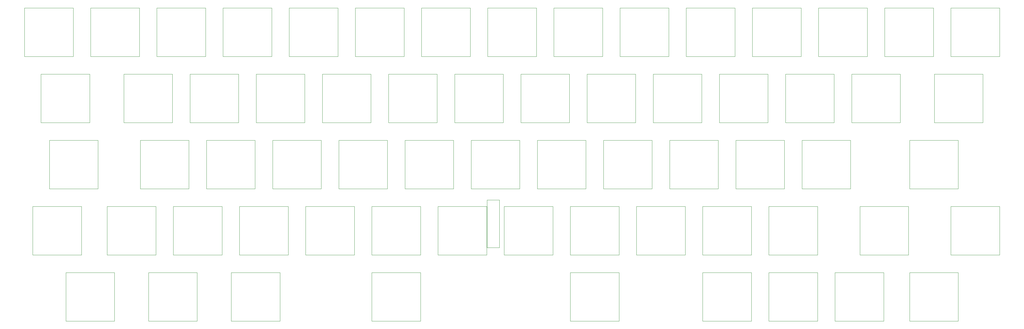
<source format=gbr>
%TF.GenerationSoftware,KiCad,Pcbnew,9.0.1*%
%TF.CreationDate,2025-05-16T22:45:18+09:00*%
%TF.ProjectId,H360,48333630-2e6b-4696-9361-645f70636258,rev?*%
%TF.SameCoordinates,Original*%
%TF.FileFunction,Other,User*%
%FSLAX46Y46*%
G04 Gerber Fmt 4.6, Leading zero omitted, Abs format (unit mm)*
G04 Created by KiCad (PCBNEW 9.0.1) date 2025-05-16 22:45:18*
%MOMM*%
%LPD*%
G01*
G04 APERTURE LIST*
%ADD10C,0.050000*%
G04 APERTURE END LIST*
D10*
%TO.C,REF\u002A\u002A*%
X204730000Y-160230000D02*
X204730000Y-173930000D01*
X204730000Y-173930000D02*
X208270000Y-173930000D01*
X208270000Y-160230000D02*
X204730000Y-160230000D01*
X208270000Y-173930000D02*
X208270000Y-160230000D01*
%TO.C,MX21*%
X190356250Y-123968750D02*
X176356250Y-123968750D01*
X176356250Y-137968750D01*
X190356250Y-137968750D01*
X190356250Y-123968750D01*
%TO.C,MX61*%
X242743750Y-181118750D02*
X228743750Y-181118750D01*
X228743750Y-195118750D01*
X242743750Y-195118750D01*
X242743750Y-181118750D01*
%TO.C,MX9*%
X237981250Y-104918750D02*
X223981250Y-104918750D01*
X223981250Y-118918750D01*
X237981250Y-118918750D01*
X237981250Y-104918750D01*
%TO.C,MX5*%
X161781250Y-104918750D02*
X147781250Y-104918750D01*
X147781250Y-118918750D01*
X161781250Y-118918750D01*
X161781250Y-104918750D01*
%TO.C,MX26*%
X285606250Y-123968750D02*
X271606250Y-123968750D01*
X271606250Y-137968750D01*
X285606250Y-137968750D01*
X285606250Y-123968750D01*
%TO.C,MX1*%
X71581250Y-104918750D02*
X85581250Y-104918750D01*
X85581250Y-118918750D01*
X71581250Y-118918750D01*
X71581250Y-104918750D01*
%TO.C,MX10*%
X257031250Y-104918750D02*
X243031250Y-104918750D01*
X243031250Y-118918750D01*
X257031250Y-118918750D01*
X257031250Y-104918750D01*
%TO.C,MX19*%
X152256250Y-123968750D02*
X138256250Y-123968750D01*
X138256250Y-137968750D01*
X152256250Y-137968750D01*
X152256250Y-123968750D01*
%TO.C,MX45*%
X128443750Y-162068750D02*
X114443750Y-162068750D01*
X114443750Y-176068750D01*
X128443750Y-176068750D01*
X128443750Y-162068750D01*
%TO.C,MX63*%
X299893750Y-181118750D02*
X285893750Y-181118750D01*
X285893750Y-195118750D01*
X299893750Y-195118750D01*
X299893750Y-181118750D01*
%TO.C,MX35*%
X195118750Y-143018750D02*
X181118750Y-143018750D01*
X181118750Y-157018750D01*
X195118750Y-157018750D01*
X195118750Y-143018750D01*
%TO.C,MX16*%
X90343750Y-123968750D02*
X76343750Y-123968750D01*
X76343750Y-137968750D01*
X90343750Y-137968750D01*
X90343750Y-123968750D01*
%TO.C,MX53*%
X280843750Y-162068750D02*
X266843750Y-162068750D01*
X266843750Y-176068750D01*
X280843750Y-176068750D01*
X280843750Y-162068750D01*
%TO.C,MX30*%
X92725000Y-143018750D02*
X78725000Y-143018750D01*
X78725000Y-157018750D01*
X92725000Y-157018750D01*
X92725000Y-143018750D01*
%TO.C,MX23*%
X228456250Y-123968750D02*
X214456250Y-123968750D01*
X214456250Y-137968750D01*
X228456250Y-137968750D01*
X228456250Y-123968750D01*
%TO.C,MX11*%
X276081250Y-104918750D02*
X262081250Y-104918750D01*
X262081250Y-118918750D01*
X276081250Y-118918750D01*
X276081250Y-104918750D01*
%TO.C,MX46*%
X147493750Y-162068750D02*
X133493750Y-162068750D01*
X133493750Y-176068750D01*
X147493750Y-176068750D01*
X147493750Y-162068750D01*
%TO.C,MX18*%
X133206250Y-123968750D02*
X119206250Y-123968750D01*
X119206250Y-137968750D01*
X133206250Y-137968750D01*
X133206250Y-123968750D01*
%TO.C,MX49*%
X204643750Y-162068750D02*
X190643750Y-162068750D01*
X190643750Y-176068750D01*
X204643750Y-176068750D01*
X204643750Y-162068750D01*
%TO.C,MX22*%
X209406250Y-123968750D02*
X195406250Y-123968750D01*
X195406250Y-137968750D01*
X209406250Y-137968750D01*
X209406250Y-123968750D01*
%TO.C,MX29*%
X347518750Y-123968750D02*
X333518750Y-123968750D01*
X333518750Y-137968750D01*
X347518750Y-137968750D01*
X347518750Y-123968750D01*
%TO.C,MX39*%
X271318750Y-143018750D02*
X257318750Y-143018750D01*
X257318750Y-157018750D01*
X271318750Y-157018750D01*
X271318750Y-143018750D01*
%TO.C,MX4*%
X142731250Y-104918750D02*
X128731250Y-104918750D01*
X128731250Y-118918750D01*
X142731250Y-118918750D01*
X142731250Y-104918750D01*
%TO.C,MX55*%
X326087500Y-162068750D02*
X312087500Y-162068750D01*
X312087500Y-176068750D01*
X326087500Y-176068750D01*
X326087500Y-162068750D01*
%TO.C,MX56*%
X352281250Y-162068750D02*
X338281250Y-162068750D01*
X338281250Y-176068750D01*
X352281250Y-176068750D01*
X352281250Y-162068750D01*
%TO.C,MX33*%
X157018750Y-143018750D02*
X143018750Y-143018750D01*
X143018750Y-157018750D01*
X157018750Y-157018750D01*
X157018750Y-143018750D01*
%TO.C,MX43*%
X87962500Y-162068750D02*
X73962500Y-162068750D01*
X73962500Y-176068750D01*
X87962500Y-176068750D01*
X87962500Y-162068750D01*
%TO.C,MX41*%
X309418750Y-143018750D02*
X295418750Y-143018750D01*
X295418750Y-157018750D01*
X309418750Y-157018750D01*
X309418750Y-143018750D01*
%TO.C,MX27*%
X304656250Y-123968750D02*
X290656250Y-123968750D01*
X290656250Y-137968750D01*
X304656250Y-137968750D01*
X304656250Y-123968750D01*
%TO.C,MX64*%
X318943750Y-181118750D02*
X304943750Y-181118750D01*
X304943750Y-195118750D01*
X318943750Y-195118750D01*
X318943750Y-181118750D01*
%TO.C,MX28*%
X323706250Y-123968750D02*
X309706250Y-123968750D01*
X309706250Y-137968750D01*
X323706250Y-137968750D01*
X323706250Y-123968750D01*
%TO.C,MX50*%
X223693750Y-162068750D02*
X209693750Y-162068750D01*
X209693750Y-176068750D01*
X223693750Y-176068750D01*
X223693750Y-162068750D01*
%TO.C,MX48*%
X185593750Y-162068750D02*
X171593750Y-162068750D01*
X171593750Y-176068750D01*
X185593750Y-176068750D01*
X185593750Y-162068750D01*
%TO.C,MX44*%
X109393750Y-162068750D02*
X95393750Y-162068750D01*
X95393750Y-176068750D01*
X109393750Y-176068750D01*
X109393750Y-162068750D01*
%TO.C,MX34*%
X176068750Y-143018750D02*
X162068750Y-143018750D01*
X162068750Y-157018750D01*
X176068750Y-157018750D01*
X176068750Y-143018750D01*
%TO.C,MX2*%
X104631250Y-118918750D02*
X90631250Y-118918750D01*
X90631250Y-104918750D01*
X104631250Y-104918750D01*
X104631250Y-118918750D01*
%TO.C,MX38*%
X252268750Y-143018750D02*
X238268750Y-143018750D01*
X238268750Y-157018750D01*
X252268750Y-157018750D01*
X252268750Y-143018750D01*
%TO.C,MX24*%
X247506250Y-123968750D02*
X233506250Y-123968750D01*
X233506250Y-137968750D01*
X247506250Y-137968750D01*
X247506250Y-123968750D01*
%TO.C,MX13*%
X314181250Y-104918750D02*
X300181250Y-104918750D01*
X300181250Y-118918750D01*
X314181250Y-118918750D01*
X314181250Y-104918750D01*
%TO.C,MX3*%
X123681250Y-104918750D02*
X109681250Y-104918750D01*
X109681250Y-118918750D01*
X123681250Y-118918750D01*
X123681250Y-104918750D01*
%TO.C,MX36*%
X214168750Y-143018750D02*
X200168750Y-143018750D01*
X200168750Y-157018750D01*
X214168750Y-157018750D01*
X214168750Y-143018750D01*
%TO.C,MX31*%
X118918750Y-143018750D02*
X104918750Y-143018750D01*
X104918750Y-157018750D01*
X118918750Y-157018750D01*
X118918750Y-143018750D01*
%TO.C,MX58*%
X121300000Y-181118750D02*
X107300000Y-181118750D01*
X107300000Y-195118750D01*
X121300000Y-195118750D01*
X121300000Y-181118750D01*
%TO.C,MX20*%
X171306250Y-123968750D02*
X157306250Y-123968750D01*
X157306250Y-137968750D01*
X171306250Y-137968750D01*
X171306250Y-123968750D01*
%TO.C,MX14*%
X333231250Y-104918750D02*
X319231250Y-104918750D01*
X319231250Y-118918750D01*
X333231250Y-118918750D01*
X333231250Y-104918750D01*
%TO.C,MX62*%
X280843750Y-181118750D02*
X266843750Y-181118750D01*
X266843750Y-195118750D01*
X280843750Y-195118750D01*
X280843750Y-181118750D01*
%TO.C,MX17*%
X114156250Y-123968750D02*
X100156250Y-123968750D01*
X100156250Y-137968750D01*
X114156250Y-137968750D01*
X114156250Y-123968750D01*
%TO.C,MX60*%
X185593750Y-181118750D02*
X171593750Y-181118750D01*
X171593750Y-195118750D01*
X185593750Y-195118750D01*
X185593750Y-181118750D01*
%TO.C,MX51*%
X242743750Y-162068750D02*
X228743750Y-162068750D01*
X228743750Y-176068750D01*
X242743750Y-176068750D01*
X242743750Y-162068750D01*
%TO.C,MX8*%
X218931250Y-104918750D02*
X204931250Y-104918750D01*
X204931250Y-118918750D01*
X218931250Y-118918750D01*
X218931250Y-104918750D01*
%TO.C,MX42*%
X340375000Y-143018750D02*
X326375000Y-143018750D01*
X326375000Y-157018750D01*
X340375000Y-157018750D01*
X340375000Y-143018750D01*
%TO.C,MX32*%
X137968750Y-143018750D02*
X123968750Y-143018750D01*
X123968750Y-157018750D01*
X137968750Y-157018750D01*
X137968750Y-143018750D01*
%TO.C,MX25*%
X266556250Y-123968750D02*
X252556250Y-123968750D01*
X252556250Y-137968750D01*
X266556250Y-137968750D01*
X266556250Y-123968750D01*
%TO.C,MX15*%
X352281250Y-104918750D02*
X338281250Y-104918750D01*
X338281250Y-118918750D01*
X352281250Y-118918750D01*
X352281250Y-104918750D01*
%TO.C,MX52*%
X261793750Y-162068750D02*
X247793750Y-162068750D01*
X247793750Y-176068750D01*
X261793750Y-176068750D01*
X261793750Y-162068750D01*
%TO.C,MX37*%
X233218750Y-143018750D02*
X219218750Y-143018750D01*
X219218750Y-157018750D01*
X233218750Y-157018750D01*
X233218750Y-143018750D01*
%TO.C,MX47*%
X166543750Y-162068750D02*
X152543750Y-162068750D01*
X152543750Y-176068750D01*
X166543750Y-176068750D01*
X166543750Y-162068750D01*
%TO.C,MX6*%
X180831250Y-104918750D02*
X166831250Y-104918750D01*
X166831250Y-118918750D01*
X180831250Y-118918750D01*
X180831250Y-104918750D01*
%TO.C,MX7*%
X199881250Y-104918750D02*
X185881250Y-104918750D01*
X185881250Y-118918750D01*
X199881250Y-118918750D01*
X199881250Y-104918750D01*
%TO.C,MX54*%
X299893750Y-162068750D02*
X285893750Y-162068750D01*
X285893750Y-176068750D01*
X299893750Y-176068750D01*
X299893750Y-162068750D01*
%TO.C,MX65*%
X340375000Y-181118750D02*
X326375000Y-181118750D01*
X326375000Y-195118750D01*
X340375000Y-195118750D01*
X340375000Y-181118750D01*
%TO.C,MX40*%
X290368750Y-143018750D02*
X276368750Y-143018750D01*
X276368750Y-157018750D01*
X290368750Y-157018750D01*
X290368750Y-143018750D01*
%TO.C,MX12*%
X295131250Y-104918750D02*
X281131250Y-104918750D01*
X281131250Y-118918750D01*
X295131250Y-118918750D01*
X295131250Y-104918750D01*
%TO.C,MX59*%
X145112500Y-181118750D02*
X131112500Y-181118750D01*
X131112500Y-195118750D01*
X145112500Y-195118750D01*
X145112500Y-181118750D01*
%TO.C,MX57*%
X97487500Y-181118750D02*
X83487500Y-181118750D01*
X83487500Y-195118750D01*
X97487500Y-195118750D01*
X97487500Y-181118750D01*
%TD*%
M02*

</source>
